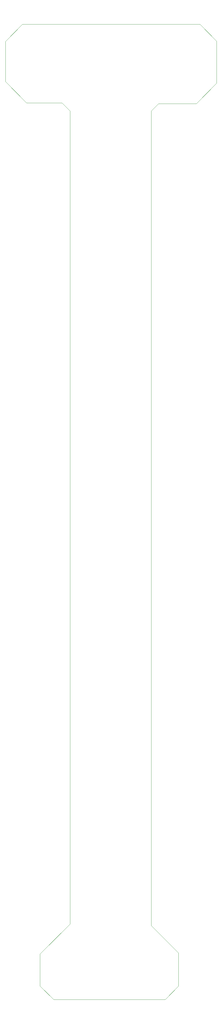
<source format=gbr>
%TF.GenerationSoftware,KiCad,Pcbnew,(5.1.9-0-10_14)*%
%TF.CreationDate,2021-04-22T00:26:26-04:00*%
%TF.ProjectId,bus-board,6275732d-626f-4617-9264-2e6b69636164,rev?*%
%TF.SameCoordinates,Original*%
%TF.FileFunction,Profile,NP*%
%FSLAX46Y46*%
G04 Gerber Fmt 4.6, Leading zero omitted, Abs format (unit mm)*
G04 Created by KiCad (PCBNEW (5.1.9-0-10_14)) date 2021-04-22 00:26:26*
%MOMM*%
%LPD*%
G01*
G04 APERTURE LIST*
%TA.AperFunction,Profile*%
%ADD10C,0.050000*%
%TD*%
G04 APERTURE END LIST*
D10*
X134924800Y19608800D02*
X134924800Y116128800D01*
X108458000Y116128800D02*
X108458000Y19608800D01*
X92862400Y144272000D02*
X87325200Y138734800D01*
X121920000Y144272000D02*
X92862400Y144272000D01*
X87325200Y125679200D02*
X87325200Y138734800D01*
X94234000Y118770400D02*
X87325200Y125679200D01*
X105816400Y118770400D02*
X94234000Y118770400D01*
X108458000Y116128800D02*
X105816400Y118770400D01*
X108458000Y-148183600D02*
X108458000Y19608800D01*
X98653600Y-157988000D02*
X108458000Y-148183600D01*
X98653600Y-168351200D02*
X98653600Y-157988000D01*
X103073200Y-172770800D02*
X98653600Y-168351200D01*
X139496800Y-172770800D02*
X103073200Y-172770800D01*
X143865600Y-168402000D02*
X139496800Y-172770800D01*
X143865600Y-157632400D02*
X143865600Y-168402000D01*
X137414000Y-151180800D02*
X143865600Y-157632400D01*
X134924800Y-148691600D02*
X137414000Y-151180800D01*
X134924800Y19608800D02*
X134924800Y-148691600D01*
X137312400Y118516400D02*
X134924800Y116128800D01*
X149656800Y118516400D02*
X137312400Y118516400D01*
X156311600Y125171200D02*
X149656800Y118516400D01*
X156311600Y138836400D02*
X156311600Y125171200D01*
X150876000Y144272000D02*
X156311600Y138836400D01*
X121920000Y144272000D02*
X150876000Y144272000D01*
M02*

</source>
